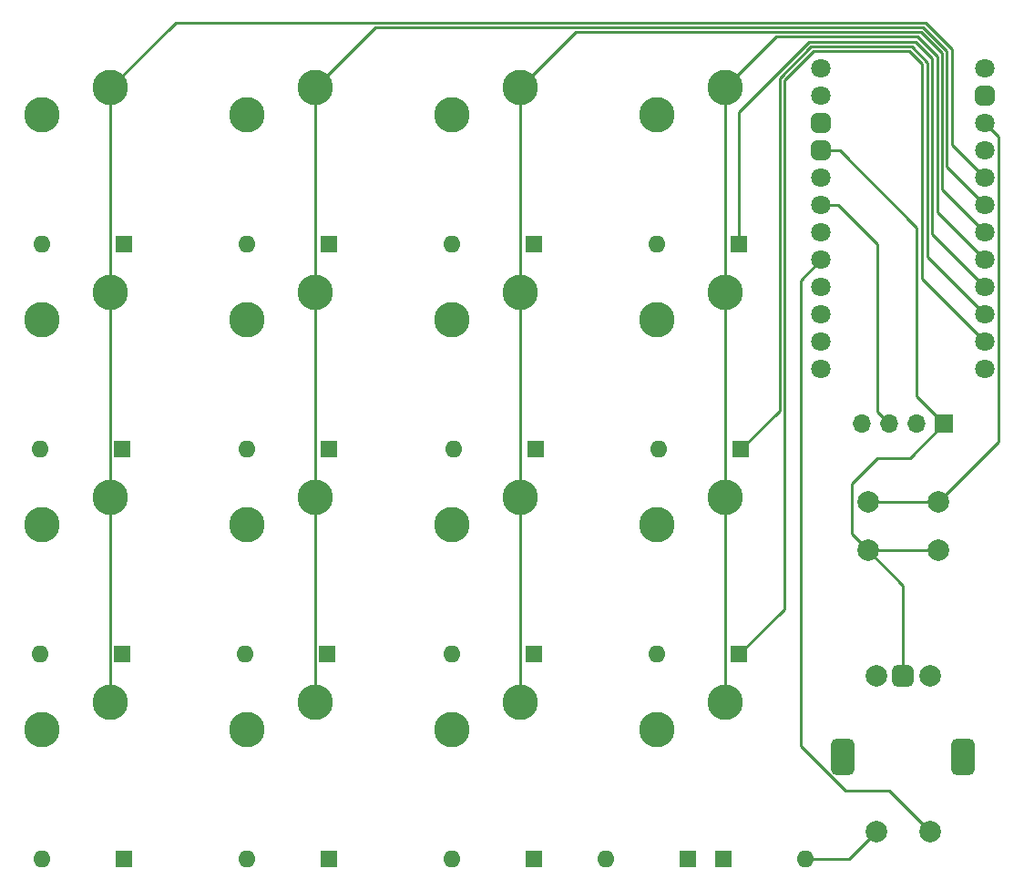
<source format=gtl>
G04 #@! TF.GenerationSoftware,KiCad,Pcbnew,7.0.10*
G04 #@! TF.CreationDate,2024-01-29T23:22:10-08:00*
G04 #@! TF.ProjectId,dilpad,64696c70-6164-42e6-9b69-6361645f7063,rev?*
G04 #@! TF.SameCoordinates,Original*
G04 #@! TF.FileFunction,Copper,L1,Top*
G04 #@! TF.FilePolarity,Positive*
%FSLAX46Y46*%
G04 Gerber Fmt 4.6, Leading zero omitted, Abs format (unit mm)*
G04 Created by KiCad (PCBNEW 7.0.10) date 2024-01-29 23:22:10*
%MOMM*%
%LPD*%
G01*
G04 APERTURE LIST*
G04 Aperture macros list*
%AMRoundRect*
0 Rectangle with rounded corners*
0 $1 Rounding radius*
0 $2 $3 $4 $5 $6 $7 $8 $9 X,Y pos of 4 corners*
0 Add a 4 corners polygon primitive as box body*
4,1,4,$2,$3,$4,$5,$6,$7,$8,$9,$2,$3,0*
0 Add four circle primitives for the rounded corners*
1,1,$1+$1,$2,$3*
1,1,$1+$1,$4,$5*
1,1,$1+$1,$6,$7*
1,1,$1+$1,$8,$9*
0 Add four rect primitives between the rounded corners*
20,1,$1+$1,$2,$3,$4,$5,0*
20,1,$1+$1,$4,$5,$6,$7,0*
20,1,$1+$1,$6,$7,$8,$9,0*
20,1,$1+$1,$8,$9,$2,$3,0*%
G04 Aperture macros list end*
G04 #@! TA.AperFunction,ComponentPad*
%ADD10R,1.600000X1.600000*%
G04 #@! TD*
G04 #@! TA.AperFunction,ComponentPad*
%ADD11O,1.600000X1.600000*%
G04 #@! TD*
G04 #@! TA.AperFunction,ComponentPad*
%ADD12C,2.000000*%
G04 #@! TD*
G04 #@! TA.AperFunction,ComponentPad*
%ADD13C,1.800000*%
G04 #@! TD*
G04 #@! TA.AperFunction,ComponentPad*
%ADD14RoundRect,0.450000X-0.450000X-0.450000X0.450000X-0.450000X0.450000X0.450000X-0.450000X0.450000X0*%
G04 #@! TD*
G04 #@! TA.AperFunction,ComponentPad*
%ADD15RoundRect,0.500000X-0.500000X0.500000X-0.500000X-0.500000X0.500000X-0.500000X0.500000X0.500000X0*%
G04 #@! TD*
G04 #@! TA.AperFunction,ComponentPad*
%ADD16RoundRect,0.550000X-0.550000X1.150000X-0.550000X-1.150000X0.550000X-1.150000X0.550000X1.150000X0*%
G04 #@! TD*
G04 #@! TA.AperFunction,ComponentPad*
%ADD17R,1.700000X1.700000*%
G04 #@! TD*
G04 #@! TA.AperFunction,ComponentPad*
%ADD18O,1.700000X1.700000*%
G04 #@! TD*
G04 #@! TA.AperFunction,ComponentPad*
%ADD19C,3.300000*%
G04 #@! TD*
G04 #@! TA.AperFunction,Conductor*
%ADD20C,0.250000*%
G04 #@! TD*
G04 APERTURE END LIST*
D10*
X163512500Y-126206250D03*
D11*
X155892500Y-126206250D03*
D10*
X144303750Y-145256250D03*
D11*
X136683750Y-145256250D03*
D12*
X175343750Y-131100000D03*
X181843750Y-131100000D03*
X175343750Y-135600000D03*
X181843750Y-135600000D03*
D13*
X170973750Y-90805000D03*
X170973750Y-93345000D03*
D14*
X170973750Y-95885000D03*
X170973750Y-98425000D03*
D13*
X170973750Y-100965000D03*
X170973750Y-103505000D03*
X170973750Y-106045000D03*
X170973750Y-108585000D03*
X170973750Y-111125000D03*
X170973750Y-113665000D03*
X170973750Y-116205000D03*
X170973750Y-118745000D03*
X186213750Y-90805000D03*
D14*
X186213750Y-93345000D03*
D13*
X186213750Y-95885000D03*
X186213750Y-98425000D03*
X186213750Y-100965000D03*
X186213750Y-103505000D03*
X186213750Y-106045000D03*
X186213750Y-108585000D03*
X186213750Y-111125000D03*
X186213750Y-113665000D03*
X186213750Y-116205000D03*
X186213750Y-118745000D03*
D10*
X125095000Y-145256250D03*
D11*
X117475000Y-145256250D03*
D10*
X106203750Y-107156250D03*
D11*
X98583750Y-107156250D03*
D12*
X181093750Y-147281250D03*
X176093750Y-147281250D03*
D15*
X178593750Y-147281250D03*
D16*
X184193750Y-154781250D03*
X172993750Y-154781250D03*
D12*
X176093750Y-161781250D03*
X181093750Y-161781250D03*
D10*
X163353750Y-107156250D03*
D11*
X155733750Y-107156250D03*
D10*
X106045000Y-126206250D03*
D11*
X98425000Y-126206250D03*
D10*
X161925000Y-164306250D03*
D11*
X169545000Y-164306250D03*
D10*
X125253750Y-107156250D03*
D11*
X117633750Y-107156250D03*
D10*
X163353750Y-145256250D03*
D11*
X155733750Y-145256250D03*
D17*
X182393750Y-123825000D03*
D18*
X179853750Y-123825000D03*
X177313750Y-123825000D03*
X174773750Y-123825000D03*
D10*
X125253750Y-126206250D03*
D11*
X117633750Y-126206250D03*
D10*
X144303750Y-107156250D03*
D11*
X136683750Y-107156250D03*
D10*
X158591250Y-164306250D03*
D11*
X150971250Y-164306250D03*
D10*
X144303750Y-164306250D03*
D11*
X136683750Y-164306250D03*
D10*
X106203750Y-164306250D03*
D11*
X98583750Y-164306250D03*
D10*
X144462500Y-126206250D03*
D11*
X136842500Y-126206250D03*
D10*
X125253750Y-164306250D03*
D11*
X117633750Y-164306250D03*
D10*
X106045000Y-145256250D03*
D11*
X98425000Y-145256250D03*
D19*
X117633750Y-95091250D03*
X123983750Y-92551250D03*
X155733750Y-152241250D03*
X162083750Y-149701250D03*
X98583750Y-133191250D03*
X104933750Y-130651250D03*
X98583750Y-114141250D03*
X104933750Y-111601250D03*
X98583750Y-152241250D03*
X104933750Y-149701250D03*
X117633750Y-152241250D03*
X123983750Y-149701250D03*
X136683750Y-95091250D03*
X143033750Y-92551250D03*
X136683750Y-114141250D03*
X143033750Y-111601250D03*
X117633750Y-133191250D03*
X123983750Y-130651250D03*
X136683750Y-152241250D03*
X143033750Y-149701250D03*
X98583750Y-95091250D03*
X104933750Y-92551250D03*
X155733750Y-114141250D03*
X162083750Y-111601250D03*
X155733750Y-133191250D03*
X162083750Y-130651250D03*
X117633750Y-114141250D03*
X123983750Y-111601250D03*
X136683750Y-133191250D03*
X143033750Y-130651250D03*
X155733750Y-95091250D03*
X162083750Y-92551250D03*
D20*
X163353750Y-94827500D02*
X169862500Y-88318750D01*
X163353750Y-107156250D02*
X163353750Y-94827500D01*
X179757354Y-88318750D02*
X181318750Y-89880146D01*
X181318750Y-89880146D02*
X181318750Y-106230000D01*
X181318750Y-106230000D02*
X186213750Y-111125000D01*
X169862500Y-88318750D02*
X179757354Y-88318750D01*
X180868750Y-90250000D02*
X180868750Y-108320000D01*
X167111948Y-91705698D02*
X170048896Y-88768750D01*
X170048896Y-88768750D02*
X179387500Y-88768750D01*
X167111948Y-122606802D02*
X167111948Y-91705698D01*
X180868750Y-108320000D02*
X186213750Y-113665000D01*
X179387500Y-88768750D02*
X180868750Y-90250000D01*
X163512500Y-126206250D02*
X167111948Y-122606802D01*
X170235292Y-89218750D02*
X179201104Y-89218750D01*
X167561948Y-141048052D02*
X167561948Y-91892094D01*
X163353750Y-145256250D02*
X167561948Y-141048052D01*
X180325552Y-110316802D02*
X186213750Y-116205000D01*
X179201104Y-89218750D02*
X180325552Y-90343198D01*
X167561948Y-91892094D02*
X170235292Y-89218750D01*
X180325552Y-90343198D02*
X180325552Y-110316802D01*
X186531250Y-119062500D02*
X186213750Y-118745000D01*
X173568750Y-164306250D02*
X169545000Y-164306250D01*
X176093750Y-161781250D02*
X173568750Y-164306250D01*
X179875552Y-121306802D02*
X179875552Y-105568750D01*
X179218750Y-127000000D02*
X182393750Y-123825000D01*
X178593750Y-138850000D02*
X175343750Y-135600000D01*
X182393750Y-123825000D02*
X179875552Y-121306802D01*
X173831250Y-129381250D02*
X176212500Y-127000000D01*
X175343750Y-135600000D02*
X173831250Y-134087500D01*
X175343750Y-135600000D02*
X181843750Y-135600000D01*
X172731802Y-98425000D02*
X170973750Y-98425000D01*
X173831250Y-134087500D02*
X173831250Y-129381250D01*
X179875552Y-105568750D02*
X172731802Y-98425000D01*
X181768750Y-123825000D02*
X182393750Y-123825000D01*
X178593750Y-147281250D02*
X178593750Y-138850000D01*
X176212500Y-127000000D02*
X179218750Y-127000000D01*
X176212500Y-107156250D02*
X172561250Y-103505000D01*
X172561250Y-103505000D02*
X170973750Y-103505000D01*
X177313750Y-123825000D02*
X176212500Y-122723750D01*
X176212500Y-122723750D02*
X176212500Y-107156250D01*
X104933750Y-92551250D02*
X104933750Y-111601250D01*
X110966250Y-86518750D02*
X180660292Y-86518750D01*
X104933750Y-92551250D02*
X110966250Y-86518750D01*
X104920000Y-130665000D02*
X104920000Y-149687500D01*
X104933750Y-122845000D02*
X104920000Y-122858750D01*
X104920000Y-149687500D02*
X104933750Y-149701250D01*
X180660292Y-86518750D02*
X183118750Y-88977208D01*
X104920000Y-122858750D02*
X104920000Y-130637500D01*
X183118750Y-97870000D02*
X186213750Y-100965000D01*
X183118750Y-88977208D02*
X183118750Y-97870000D01*
X104920000Y-130637500D02*
X104933750Y-130651250D01*
X104933750Y-130651250D02*
X104920000Y-130665000D01*
X104933750Y-111601250D02*
X104933750Y-122845000D01*
X123970000Y-149687500D02*
X123983750Y-149701250D01*
X129566250Y-86968750D02*
X180473896Y-86968750D01*
X123983750Y-130651250D02*
X123970000Y-130665000D01*
X123983750Y-92551250D02*
X123983750Y-111601250D01*
X123983750Y-111601250D02*
X123983750Y-130651250D01*
X123983750Y-92551250D02*
X129566250Y-86968750D01*
X182668750Y-89163604D02*
X182668750Y-99960000D01*
X182668750Y-99960000D02*
X186213750Y-103505000D01*
X123970000Y-130665000D02*
X123970000Y-149687500D01*
X180473896Y-86968750D02*
X182668750Y-89163604D01*
X143033750Y-111601250D02*
X143033750Y-130651250D01*
X182218750Y-89350000D02*
X182218750Y-102050000D01*
X143033750Y-130651250D02*
X143033750Y-149701250D01*
X182218750Y-102050000D02*
X186213750Y-106045000D01*
X148166250Y-87418750D02*
X180287500Y-87418750D01*
X180287500Y-87418750D02*
X182218750Y-89350000D01*
X143033750Y-92551250D02*
X143033750Y-111601250D01*
X143033750Y-92551250D02*
X148166250Y-87418750D01*
X162083750Y-130651250D02*
X162083750Y-149701250D01*
X181768750Y-104140000D02*
X186213750Y-108585000D01*
X179943750Y-87868750D02*
X181768750Y-89693750D01*
X166766250Y-87868750D02*
X179943750Y-87868750D01*
X181768750Y-89693750D02*
X181768750Y-104140000D01*
X162083750Y-92551250D02*
X166766250Y-87868750D01*
X162083750Y-92551250D02*
X162083750Y-111601250D01*
X162083750Y-111601250D02*
X162083750Y-130651250D01*
X169068750Y-110490000D02*
X170973750Y-108585000D01*
X169068750Y-153801000D02*
X169068750Y-110490000D01*
X173224000Y-157956250D02*
X169068750Y-153801000D01*
X177268750Y-157956250D02*
X173224000Y-157956250D01*
X181093750Y-161781250D02*
X177268750Y-157956250D01*
X187438750Y-97110000D02*
X186213750Y-95885000D01*
X187438750Y-125505000D02*
X187438750Y-97110000D01*
X181843750Y-131100000D02*
X187438750Y-125505000D01*
X175343750Y-131100000D02*
X181843750Y-131100000D01*
M02*

</source>
